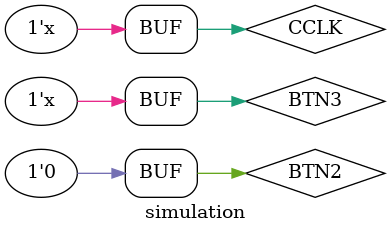
<source format=v>
`timescale 1ns / 1ps


module simulation;

	// Inputs
	reg CCLK;
	reg BTN3;
	reg BTN2;

	// Outputs
	wire [7:0] LED;
	wire LCDE;
	wire LCDRS;
	wire LCDRW;
	wire [3:0] LCDDAT;

	// Instantiate the Unit Under Test (UUT)
	top uut (
		.CCLK(CCLK), 
		.BTN3(BTN3), 
		.BTN2(BTN2), 
		.LED(LED), 
		.LCDE(LCDE), 
		.LCDRS(LCDRS), 
		.LCDRW(LCDRW), 
		.LCDDAT(LCDDAT)
	);

	initial begin
		// Initialize Inputs
		CCLK = 0;
		BTN3 = 0;
		BTN2 = 0;

		// Wait 100 ns for global reset to finish
		#10;
		BTN2=1;
		#50;
		BTN2=0;
		#800;
      BTN2=1;
		#100;
		BTN2=0;
		// Add stimulus here

	end
   always begin
		#1;
		CCLK = ~CCLK;
	end
	always begin
		#5;
		BTN3=~BTN3;
	end
endmodule


</source>
